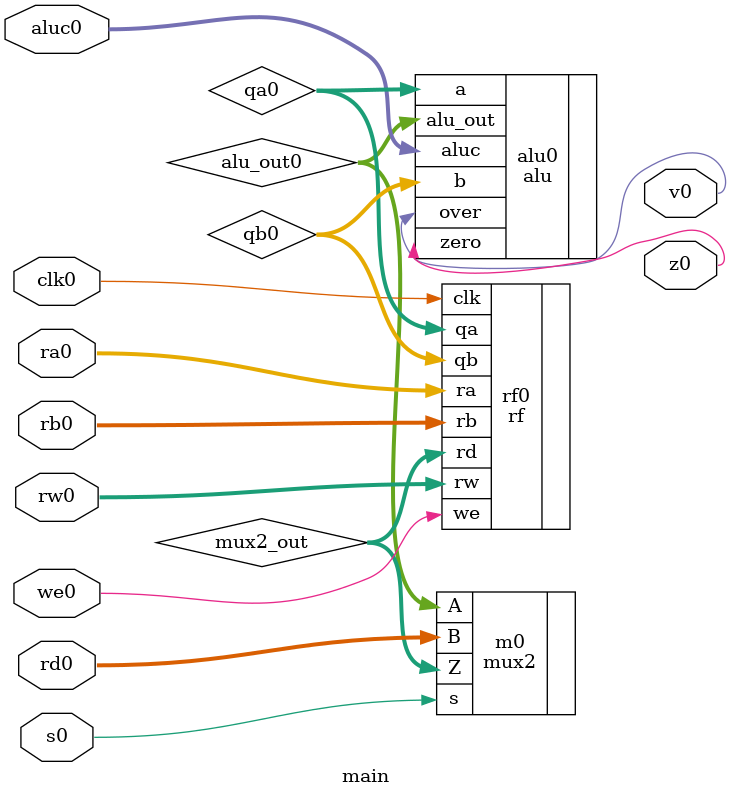
<source format=v>
`timescale 1ns / 1ps
module main(ra0,rb0,rw0,we0,rd0,s0,clk0,aluc0,z0,v0);
input clk0,s0,we0;
input[1:0] aluc0;
input[4:0] ra0,rb0,rw0;
input[31:0] rd0;
output z0,v0;
wire[31:0] qa0,qb0,alu_out0,mux2_out;
rf rf0(.clk(clk0),.we(we0),.ra(ra0),.rb(rb0),.rw(rw0),.rd(mux2_out),.qa(qa0),.qb(qb0));
alu alu0(.a(qa0),.b(qb0),.aluc(aluc0),.alu_out(alu_out0),.zero(z0),.over(v0));
mux2 m0(.A(alu_out0),.B(rd0),.Z(mux2_out),.s(s0));
endmodule
</source>
